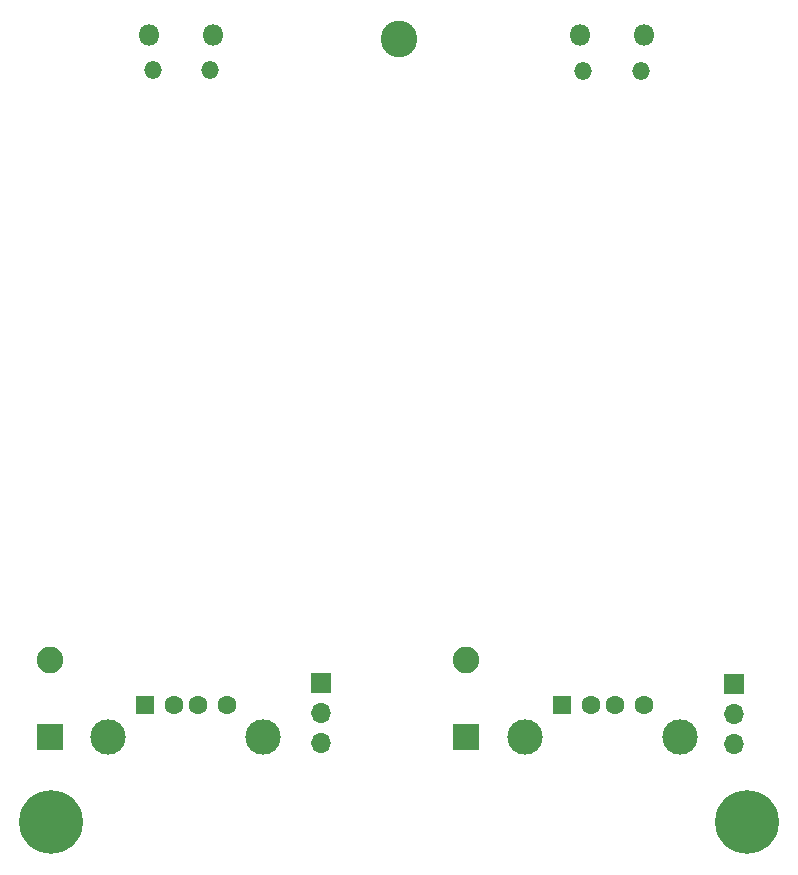
<source format=gbr>
%TF.GenerationSoftware,KiCad,Pcbnew,7.0.9*%
%TF.CreationDate,2024-02-17T13:50:42+09:00*%
%TF.ProjectId,DeskHop,4465736b-486f-4702-9e6b-696361645f70,rev?*%
%TF.SameCoordinates,PX20378f0PY6e37550*%
%TF.FileFunction,Soldermask,Bot*%
%TF.FilePolarity,Negative*%
%FSLAX46Y46*%
G04 Gerber Fmt 4.6, Leading zero omitted, Abs format (unit mm)*
G04 Created by KiCad (PCBNEW 7.0.9) date 2024-02-17 13:50:42*
%MOMM*%
%LPD*%
G01*
G04 APERTURE LIST*
%ADD10O,1.800000X1.800000*%
%ADD11O,1.500000X1.500000*%
%ADD12C,3.100000*%
%ADD13R,1.600000X1.500000*%
%ADD14C,1.600000*%
%ADD15C,3.000000*%
%ADD16R,1.700000X1.700000*%
%ADD17O,1.700000X1.700000*%
%ADD18C,5.400000*%
%ADD19R,2.250000X2.250000*%
%ADD20C,2.250000*%
G04 APERTURE END LIST*
D10*
%TO.C,U1*%
X48837000Y70736000D03*
D11*
X49137000Y67706000D03*
X53987000Y67706000D03*
D10*
X54287000Y70736000D03*
%TD*%
%TO.C,U2*%
X12378523Y70751751D03*
D11*
X12678523Y67721751D03*
X17528523Y67721751D03*
D10*
X17828523Y70751751D03*
%TD*%
D12*
%TO.C,H3*%
X33528000Y70358000D03*
%TD*%
D13*
%TO.C,J4*%
X11994000Y13996000D03*
D14*
X14494000Y13996000D03*
X16494000Y13996000D03*
X18994000Y13996000D03*
D15*
X8924000Y11286000D03*
X22064000Y11286000D03*
%TD*%
D16*
%TO.C,J3*%
X61885537Y15774243D03*
D17*
X61885537Y13234243D03*
X61885537Y10694243D03*
%TD*%
D12*
%TO.C,H2*%
X62992000Y4064000D03*
D18*
X62992000Y4064000D03*
%TD*%
D13*
%TO.C,J1*%
X47300000Y13996000D03*
D14*
X49800000Y13996000D03*
X51800000Y13996000D03*
X54300000Y13996000D03*
D15*
X44230000Y11286000D03*
X57370000Y11286000D03*
%TD*%
D12*
%TO.C,H1*%
X4064000Y4064000D03*
D18*
X4064000Y4064000D03*
%TD*%
D16*
%TO.C,J2*%
X26949042Y15852124D03*
D17*
X26949042Y13312124D03*
X26949042Y10772124D03*
%TD*%
D19*
%TO.C,SW1*%
X39218000Y11320000D03*
D20*
X39218000Y17820000D03*
%TD*%
D19*
%TO.C,SW2*%
X3968000Y11320000D03*
D20*
X3968000Y17820000D03*
%TD*%
M02*

</source>
